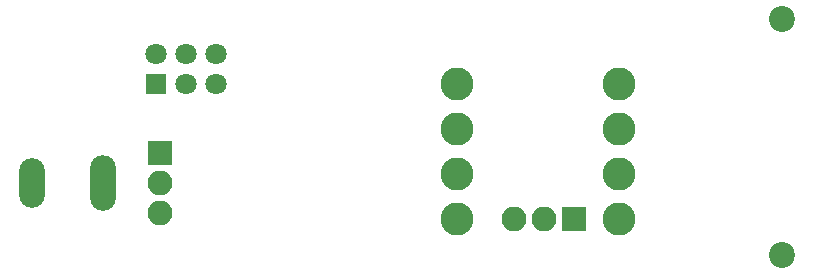
<source format=gbr>
G04 #@! TF.GenerationSoftware,KiCad,Pcbnew,5.0.0-fee4fd1~66~ubuntu14.04.1*
G04 #@! TF.CreationDate,2018-10-03T23:45:46-07:00*
G04 #@! TF.ProjectId,SD_card_dev,53445F636172645F6465762E6B696361,rev?*
G04 #@! TF.SameCoordinates,Original*
G04 #@! TF.FileFunction,Soldermask,Bot*
G04 #@! TF.FilePolarity,Negative*
%FSLAX46Y46*%
G04 Gerber Fmt 4.6, Leading zero omitted, Abs format (unit mm)*
G04 Created by KiCad (PCBNEW 5.0.0-fee4fd1~66~ubuntu14.04.1) date Wed Oct  3 23:45:46 2018*
%MOMM*%
%LPD*%
G01*
G04 APERTURE LIST*
%ADD10O,2.200000X4.200000*%
%ADD11O,2.200000X4.700000*%
%ADD12C,1.800000*%
%ADD13R,1.800000X1.800000*%
%ADD14R,2.100000X2.100000*%
%ADD15O,2.100000X2.100000*%
%ADD16C,2.200000*%
%ADD17C,2.800000*%
G04 APERTURE END LIST*
D10*
G04 #@! TO.C,J1*
X76550000Y-104902000D03*
D11*
X82550000Y-104902000D03*
G04 #@! TD*
D12*
G04 #@! TO.C,J2*
X92075000Y-93980000D03*
X92075000Y-96520000D03*
X89535000Y-93980000D03*
X89535000Y-96520000D03*
X86995000Y-93980000D03*
D13*
X86995000Y-96520000D03*
G04 #@! TD*
D14*
G04 #@! TO.C,J3*
X87376000Y-102362000D03*
D15*
X87376000Y-104902000D03*
X87376000Y-107442000D03*
G04 #@! TD*
D16*
G04 #@! TO.C,J4*
X140000000Y-111050000D03*
X140000000Y-91050000D03*
G04 #@! TD*
D14*
G04 #@! TO.C,J5*
X122428000Y-107950000D03*
D15*
X119888000Y-107950000D03*
X117348000Y-107950000D03*
G04 #@! TD*
D17*
G04 #@! TO.C,MISO*
X112522000Y-100330000D03*
G04 #@! TD*
G04 #@! TO.C,CS*
X112522000Y-104140000D03*
G04 #@! TD*
G04 #@! TO.C,MOSI*
X112522000Y-107950000D03*
G04 #@! TD*
G04 #@! TO.C,SCK*
X112522000Y-96520000D03*
G04 #@! TD*
G04 #@! TO.C,CS*
X126238000Y-104140000D03*
G04 #@! TD*
G04 #@! TO.C,SCK*
X126238000Y-96520000D03*
G04 #@! TD*
G04 #@! TO.C,MISO*
X126238000Y-100330000D03*
G04 #@! TD*
G04 #@! TO.C,MOSI*
X126238000Y-107950000D03*
G04 #@! TD*
M02*

</source>
